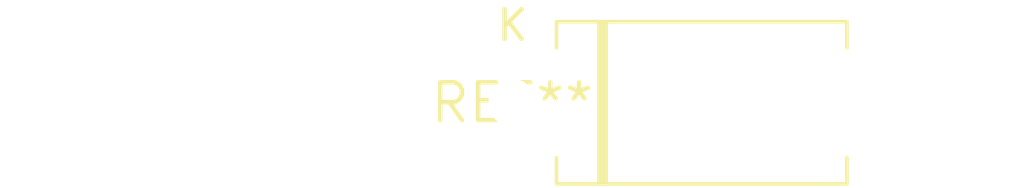
<source format=kicad_pcb>
(kicad_pcb (version 20240108) (generator pcbnew)
  (layers (0 "F.Cu" signal) (31 "B.Cu" signal) (34 "B.Paste" user) (35 "F.Paste" user) (36 "B.SilkS" user "B.Silkscreen") (37 "F.SilkS" user "F.Silkscreen") (38 "B.Mask" user) (39 "F.Mask" user) (44 "Edge.Cuts" user))
  (net 0 "")
  (footprint "D_DO-201AD_P12.70mm_Horizontal" (layer "F.Cu") (at 0 0)
    (property "Reference" "REF**")
    (property "Value" "D_DO-201AD_P12.70mm_Horizontal")
    (fp_line (start 1.48 -2.72) (end 11.22 -2.72) (layer "F.SilkS") (stroke (width 0.12)))
    (fp_line (start 1.48 -1.84) (end 1.48 -2.72) (layer "F.SilkS") (stroke (width 0.12)))
    (fp_line (start 1.48 1.84) (end 1.48 2.72) (layer "F.SilkS") (stroke (width 0.12)))
    (fp_line (start 1.48 2.72) (end 11.22 2.72) (layer "F.SilkS") (stroke (width 0.12)))
    (fp_line (start 2.905 -2.72) (end 2.905 2.72) (layer "F.SilkS") (stroke (width 0.12)))
    (fp_line (start 3.025 -2.72) (end 3.025 2.72) (layer "F.SilkS") (stroke (width 0.12)))
    (fp_line (start 3.145 -2.72) (end 3.145 2.72) (layer "F.SilkS") (stroke (width 0.12)))
    (fp_line (start 11.22 -2.72) (end 11.22 -1.84) (layer "F.SilkS") (stroke (width 0.12)))
    (fp_line (start 11.22 2.72) (end 11.22 1.84) (layer "F.SilkS") (stroke (width 0.12)))
    (fp_text user "K" (at 0 -2.6 0) (layer "F.SilkS"))
    (pad "1" thru_hole rect (at 0 0) (size 3.2 3.2) (drill 1.6) (layers *.Cu *.Mask) (remove_unused_layers))
    (pad "2" thru_hole oval (at 12.7 0) (size 3.2 3.2) (drill 1.6) (layers *.Cu *.Mask) (remove_unused_layers))
  )
)
</source>
